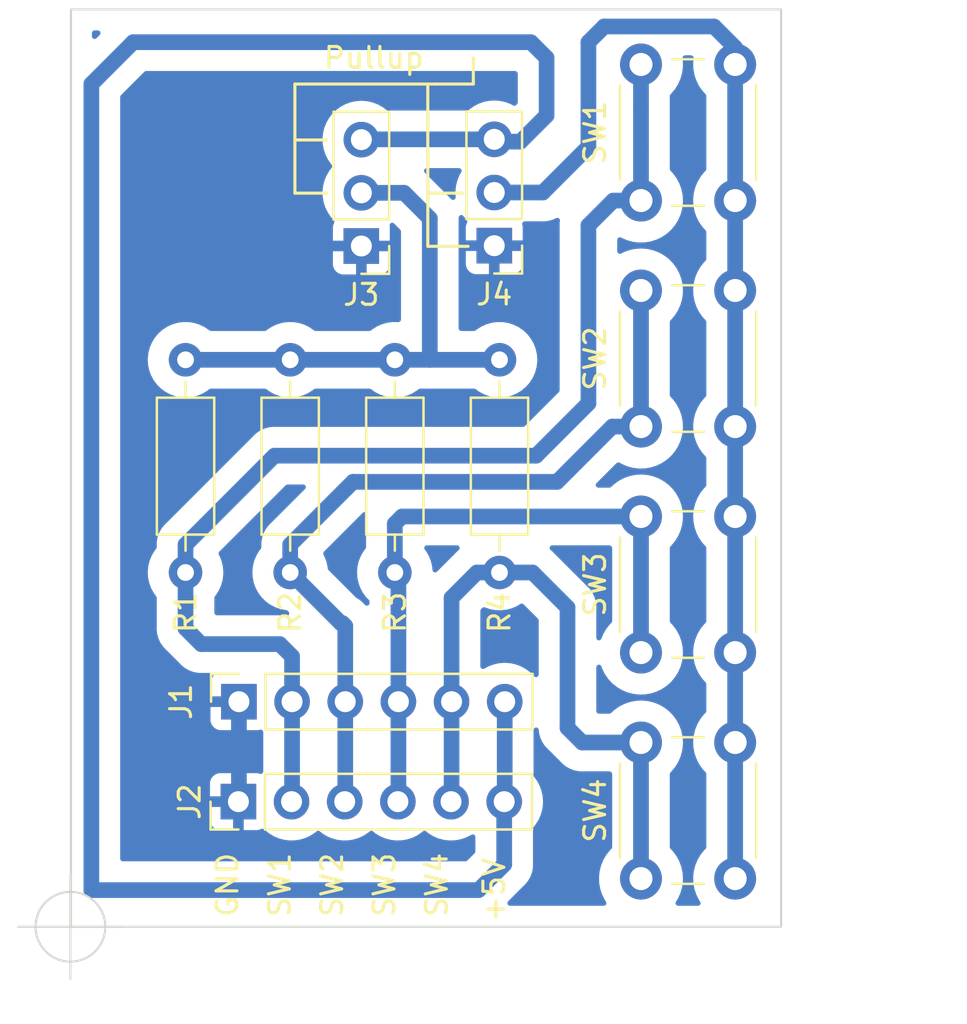
<source format=kicad_pcb>
(kicad_pcb (version 20211014) (generator pcbnew)
  (layers (0 "F.Cu" signal) (31 "B.Cu" signal) (34 "B.Paste" user) (35 "F.Paste" user) (36 "B.SilkS" user "B.Silkscreen") (37 "F.SilkS" user "F.Silkscreen") (38 "B.Mask" user) (39 "F.Mask" user) (44 "Edge.Cuts" user))
  (net 0 "")
  (net 1 "GND")
  (net 2 "Net-(J1-Pad3)")
  (net 3 "Net-(R1-Pad2)")
  (net 4 "+5V")
  (net 5 "Net-(J3-Pad2)")
  (net 6 "Net-(J4-Pad2)")
  (net 7 "Net-(J1-Pad4)")
  (net 8 "Net-(R4-Pad2)")
  (footprint "Connector_PinSocket_2.54mm:PinSocket_1x06_P2.54mm_Vertical" (layer "F.Cu") (at 90.3 102.75 90)
    (fp_text reference "J1" (at 0 -2.77 90) (layer "F.SilkS"))
    (fp_text value "Conn_01x06_Female")
    (fp_line (start 1.33 1.27) (end 1.33 14.03) (layer "F.SilkS") (width 0.12))
    (fp_line (start -1.33 14.03) (end 1.33 14.03) (layer "F.SilkS") (width 0.12))
    (fp_line (start 0 -1.33) (end 1.33 -1.33) (layer "F.SilkS") (width 0.12))
    (fp_line (start -1.33 1.27) (end 1.33 1.27) (layer "F.SilkS") (width 0.12))
    (fp_line (start 1.33 -1.33) (end 1.33 0) (layer "F.SilkS") (width 0.12))
    (fp_line (start -1.33 1.27) (end -1.33 14.03) (layer "F.SilkS") (width 0.12))
    (pad "1" thru_hole rect (at 0 0 90) (size 1.7 1.7) (drill 1) (layers *.Cu *.Mask) (net 1 "GND"))
    (pad "2" thru_hole oval (at 0 2.54 90) (size 1.7 1.7) (drill 1) (layers *.Cu *.Mask) (net 3 "Net-(R1-Pad2)"))
    (pad "3" thru_hole oval (at 0 5.08 90) (size 1.7 1.7) (drill 1) (layers *.Cu *.Mask) (net 2 "Net-(J1-Pad3)"))
    (pad "4" thru_hole oval (at 0 7.62 90) (size 1.7 1.7) (drill 1) (layers *.Cu *.Mask) (net 7 "Net-(J1-Pad4)"))
    (pad "5" thru_hole oval (at 0 10.16 90) (size 1.7 1.7) (drill 1) (layers *.Cu *.Mask) (net 8 "Net-(R4-Pad2)"))
    (pad "6" thru_hole oval (at 0 12.7 90) (size 1.7 1.7) (drill 1) (layers *.Cu *.Mask) (net 4 "+5V"))
  )
  (footprint "Resistor_THT:R_Axial_DIN0207_L6.3mm_D2.5mm_P10.16mm_Horizontal" (layer "F.Cu") (at 92.75 86.42 -90)
    (fp_text reference "R2" (at 12.065 0 90) (layer "F.SilkS"))
    (fp_text value "10k")
    (fp_line (start 8.35 1.37) (end 8.35 -1.37) (layer "F.SilkS") (width 0.12))
    (fp_line (start 1.81 -1.37) (end 1.81 1.37) (layer "F.SilkS") (width 0.12))
    (fp_line (start 1.81 1.37) (end 8.35 1.37) (layer "F.SilkS") (width 0.12))
    (fp_line (start 1.04 0) (end 1.81 0) (layer "F.SilkS") (width 0.12))
    (fp_line (start 8.35 -1.37) (end 1.81 -1.37) (layer "F.SilkS") (width 0.12))
    (fp_line (start 9.12 0) (end 8.35 0) (layer "F.SilkS") (width 0.12))
    (pad "1" thru_hole circle (at 0 0 270) (size 1.6 1.6) (drill 0.8) (layers *.Cu *.Mask) (net 5 "Net-(J3-Pad2)"))
    (pad "2" thru_hole oval (at 10.16 0 270) (size 1.6 1.6) (drill 0.8) (layers *.Cu *.Mask) (net 2 "Net-(J1-Pad3)"))
  )
  (footprint "Button_Switch_THT:SW_PUSH_6mm_H5mm" (layer "F.Cu") (at 114.01 83.11 -90)
    (fp_text reference "SW2" (at 3.25 6.695 90) (layer "F.SilkS"))
    (fp_text value "SW_Push")
    (fp_line (start -0.25 1.5) (end -0.25 3) (layer "F.SilkS") (width 0.12))
    (fp_line (start 6.75 3) (end 6.75 1.5) (layer "F.SilkS") (width 0.12))
    (fp_line (start 1 5.5) (end 5.5 5.5) (layer "F.SilkS") (width 0.12))
    (fp_line (start 5.5 -1) (end 1 -1) (layer "F.SilkS") (width 0.12))
    (pad "1" thru_hole circle (at 6.5 0) (size 2 2) (drill 1.1) (layers *.Cu *.Mask) (net 6 "Net-(J4-Pad2)"))
    (pad "1" thru_hole circle (at 0 0) (size 2 2) (drill 1.1) (layers *.Cu *.Mask) (net 6 "Net-(J4-Pad2)"))
    (pad "2" thru_hole circle (at 6.5 4.5) (size 2 2) (drill 1.1) (layers *.Cu *.Mask) (net 2 "Net-(J1-Pad3)"))
    (pad "2" thru_hole circle (at 0 4.5) (size 2 2) (drill 1.1) (layers *.Cu *.Mask) (net 2 "Net-(J1-Pad3)"))
  )
  (footprint "Button_Switch_THT:SW_PUSH_6mm_H5mm" (layer "F.Cu") (at 114.01 93.905 -90)
    (fp_text reference "SW3" (at 3.25 6.695 90) (layer "F.SilkS"))
    (fp_text value "SW_Push")
    (fp_line (start 6.75 3) (end 6.75 1.5) (layer "F.SilkS") (width 0.12))
    (fp_line (start 1 5.5) (end 5.5 5.5) (layer "F.SilkS") (width 0.12))
    (fp_line (start 5.5 -1) (end 1 -1) (layer "F.SilkS") (width 0.12))
    (fp_line (start -0.25 1.5) (end -0.25 3) (layer "F.SilkS") (width 0.12))
    (pad "1" thru_hole circle (at 6.5 0) (size 2 2) (drill 1.1) (layers *.Cu *.Mask) (net 6 "Net-(J4-Pad2)"))
    (pad "1" thru_hole circle (at 0 0) (size 2 2) (drill 1.1) (layers *.Cu *.Mask) (net 6 "Net-(J4-Pad2)"))
    (pad "2" thru_hole circle (at 0 4.5) (size 2 2) (drill 1.1) (layers *.Cu *.Mask) (net 7 "Net-(J1-Pad4)"))
    (pad "2" thru_hole circle (at 6.5 4.5) (size 2 2) (drill 1.1) (layers *.Cu *.Mask) (net 7 "Net-(J1-Pad4)"))
  )
  (footprint "Button_Switch_THT:SW_PUSH_6mm_H5mm" (layer "F.Cu") (at 114.01 104.7 -90)
    (fp_text reference "SW4" (at 3.25 6.695 90) (layer "F.SilkS"))
    (fp_text value "SW_Push")
    (fp_line (start 5.5 -1) (end 1 -1) (layer "F.SilkS") (width 0.12))
    (fp_line (start 1 5.5) (end 5.5 5.5) (layer "F.SilkS") (width 0.12))
    (fp_line (start 6.75 3) (end 6.75 1.5) (layer "F.SilkS") (width 0.12))
    (fp_line (start -0.25 1.5) (end -0.25 3) (layer "F.SilkS") (width 0.12))
    (pad "1" thru_hole circle (at 6.5 0) (size 2 2) (drill 1.1) (layers *.Cu *.Mask) (net 6 "Net-(J4-Pad2)"))
    (pad "1" thru_hole circle (at 0 0) (size 2 2) (drill 1.1) (layers *.Cu *.Mask) (net 6 "Net-(J4-Pad2)"))
    (pad "2" thru_hole circle (at 6.5 4.5) (size 2 2) (drill 1.1) (layers *.Cu *.Mask) (net 8 "Net-(R4-Pad2)"))
    (pad "2" thru_hole circle (at 0 4.5) (size 2 2) (drill 1.1) (layers *.Cu *.Mask) (net 8 "Net-(R4-Pad2)"))
  )
  (footprint "Button_Switch_THT:SW_PUSH_6mm_H5mm" (layer "F.Cu") (at 114.01 72.315 -90)
    (fp_text reference "SW1" (at 3.25 6.695 90) (layer "F.SilkS"))
    (fp_text value "SW_Push")
    (fp_line (start 5.5 -1) (end 1 -1) (layer "F.SilkS") (width 0.12))
    (fp_line (start -0.25 1.5) (end -0.25 3) (layer "F.SilkS") (width 0.12))
    (fp_line (start 6.75 3) (end 6.75 1.5) (layer "F.SilkS") (width 0.12))
    (fp_line (start 1 5.5) (end 5.5 5.5) (layer "F.SilkS") (width 0.12))
    (pad "1" thru_hole circle (at 0 0) (size 2 2) (drill 1.1) (layers *.Cu *.Mask) (net 6 "Net-(J4-Pad2)"))
    (pad "1" thru_hole circle (at 6.5 0) (size 2 2) (drill 1.1) (layers *.Cu *.Mask) (net 6 "Net-(J4-Pad2)"))
    (pad "2" thru_hole circle (at 0 4.5) (size 2 2) (drill 1.1) (layers *.Cu *.Mask) (net 3 "Net-(R1-Pad2)"))
    (pad "2" thru_hole circle (at 6.5 4.5) (size 2 2) (drill 1.1) (layers *.Cu *.Mask) (net 3 "Net-(R1-Pad2)"))
  )
  (footprint "Resistor_THT:R_Axial_DIN0207_L6.3mm_D2.5mm_P10.16mm_Horizontal" (layer "F.Cu") (at 102.75 86.42 -90)
    (fp_text reference "R4" (at 12.065 0 90) (layer "F.SilkS"))
    (fp_text value "10k")
    (fp_line (start 1.81 1.37) (end 8.35 1.37) (layer "F.SilkS") (width 0.12))
    (fp_line (start 1.81 -1.37) (end 1.81 1.37) (layer "F.SilkS") (width 0.12))
    (fp_line (start 1.04 0) (end 1.81 0) (layer "F.SilkS") (width 0.12))
    (fp_line (start 8.35 -1.37) (end 1.81 -1.37) (layer "F.SilkS") (width 0.12))
    (fp_line (start 9.12 0) (end 8.35 0) (layer "F.SilkS") (width 0.12))
    (fp_line (start 8.35 1.37) (end 8.35 -1.37) (layer "F.SilkS") (width 0.12))
    (pad "1" thru_hole circle (at 0 0 270) (size 1.6 1.6) (drill 0.8) (layers *.Cu *.Mask) (net 5 "Net-(J3-Pad2)"))
    (pad "2" thru_hole oval (at 10.16 0 270) (size 1.6 1.6) (drill 0.8) (layers *.Cu *.Mask) (net 8 "Net-(R4-Pad2)"))
  )
  (footprint "Resistor_THT:R_Axial_DIN0207_L6.3mm_D2.5mm_P10.16mm_Horizontal" (layer "F.Cu") (at 97.75 86.42 -90)
    (fp_text reference "R3" (at 12.065 0 90) (layer "F.SilkS"))
    (fp_text value "10k")
    (fp_line (start 9.12 0) (end 8.35 0) (layer "F.SilkS") (width 0.12))
    (fp_line (start 8.35 1.37) (end 8.35 -1.37) (layer "F.SilkS") (width 0.12))
    (fp_line (start 1.04 0) (end 1.81 0) (layer "F.SilkS") (width 0.12))
    (fp_line (start 1.81 1.37) (end 8.35 1.37) (layer "F.SilkS") (width 0.12))
    (fp_line (start 8.35 -1.37) (end 1.81 -1.37) (layer "F.SilkS") (width 0.12))
    (fp_line (start 1.81 -1.37) (end 1.81 1.37) (layer "F.SilkS") (width 0.12))
    (pad "1" thru_hole circle (at 0 0 270) (size 1.6 1.6) (drill 0.8) (layers *.Cu *.Mask) (net 5 "Net-(J3-Pad2)"))
    (pad "2" thru_hole oval (at 10.16 0 270) (size 1.6 1.6) (drill 0.8) (layers *.Cu *.Mask) (net 7 "Net-(J1-Pad4)"))
  )
  (footprint "Connector_PinHeader_2.54mm:PinHeader_1x03_P2.54mm_Vertical" (layer "F.Cu") (at 102.5 80.97 180)
    (fp_text reference "J4" (at 0 -2.33) (layer "F.SilkS"))
    (fp_text value "Conn_01x03_Male")
    (fp_line (start -1.33 0) (end -1.33 -1.33) (layer "F.SilkS") (width 0.12))
    (fp_line (start -1.33 6.41) (end 1.33 6.41) (layer "F.SilkS") (width 0.12))
    (fp_line (start -1.33 1.27) (end -1.33 6.41) (layer "F.SilkS") (width 0.12))
    (fp_line (start 1.33 1.27) (end 1.33 6.41) (layer "F.SilkS") (width 0.12))
    (fp_line (start -1.33 -1.33) (end 0 -1.33) (layer "F.SilkS") (width 0.12))
    (fp_line (start -1.33 1.27) (end 1.33 1.27) (layer "F.SilkS") (width 0.12))
    (pad "1" thru_hole rect (at 0 0 180) (size 1.7 1.7) (drill 1) (layers *.Cu *.Mask) (net 1 "GND"))
    (pad "2" thru_hole oval (at 0 2.54 180) (size 1.7 1.7) (drill 1) (layers *.Cu *.Mask) (net 6 "Net-(J4-Pad2)"))
    (pad "3" thru_hole oval (at 0 5.08 180) (size 1.7 1.7) (drill 1) (layers *.Cu *.Mask) (net 4 "+5V"))
  )
  (footprint "Resistor_THT:R_Axial_DIN0207_L6.3mm_D2.5mm_P10.16mm_Horizontal" (layer "F.Cu") (at 87.75 86.42 -90)
    (fp_text reference "R1" (at 12.065 0 90) (layer "F.SilkS"))
    (fp_text value "10k")
    (fp_line (start 9.12 0) (end 8.35 0) (layer "F.SilkS") (width 0.12))
    (fp_line (start 1.81 1.37) (end 8.35 1.37) (layer "F.SilkS") (width 0.12))
    (fp_line (start 8.35 1.37) (end 8.35 -1.37) (layer "F.SilkS") (width 0.12))
    (fp_line (start 1.04 0) (end 1.81 0) (layer "F.SilkS") (width 0.12))
    (fp_line (start 8.35 -1.37) (end 1.81 -1.37) (layer "F.SilkS") (width 0.12))
    (fp_line (start 1.81 -1.37) (end 1.81 1.37) (layer "F.SilkS") (width 0.12))
    (pad "1" thru_hole circle (at 0 0 270) (size 1.6 1.6) (drill 0.8) (layers *.Cu *.Mask) (net 5 "Net-(J3-Pad2)"))
    (pad "2" thru_hole oval (at 10.16 0 270) (size 1.6 1.6) (drill 0.8) (layers *.Cu *.Mask) (net 3 "Net-(R1-Pad2)"))
  )
  (footprint "Connector_PinHeader_2.54mm:PinHeader_1x03_P2.54mm_Vertical" (layer "F.Cu") (at 96.15 80.985 180)
    (fp_text reference "J3" (at 0 -2.33) (layer "F.SilkS"))
    (fp_text value "Conn_01x03_Male")
    (fp_line (start 1.33 1.27) (end 1.33 6.41) (layer "F.SilkS") (width 0.12))
    (fp_line (start -1.33 -1.33) (end 0 -1.33) (layer "F.SilkS") (width 0.12))
    (fp_line (start -1.33 6.41) (end 1.33 6.41) (layer "F.SilkS") (width 0.12))
    (fp_line (start -1.33 0) (end -1.33 -1.33) (layer "F.SilkS") (width 0.12))
    (fp_line (start -1.33 1.27) (end -1.33 6.41) (layer "F.SilkS") (width 0.12))
    (fp_line (start -1.33 1.27) (end 1.33 1.27) (layer "F.SilkS") (width 0.12))
    (pad "1" thru_hole rect (at 0 0 180) (size 1.7 1.7) (drill 1) (layers *.Cu *.Mask) (net 1 "GND"))
    (pad "2" thru_hole oval (at 0 2.54 180) (size 1.7 1.7) (drill 1) (layers *.Cu *.Mask) (net 5 "Net-(J3-Pad2)"))
    (pad "3" thru_hole oval (at 0 5.08 180) (size 1.7 1.7) (drill 1) (layers *.Cu *.Mask) (net 4 "+5V"))
  )
  (footprint "Connector_PinHeader_2.54mm:PinHeader_1x06_P2.54mm_Vertical" (layer "F.Cu") (at 90.275 107.525 90)
    (fp_text reference "J2" (at 0 -2.33 90) (layer "F.SilkS"))
    (fp_text value "Conn_01x06_Male")
    (fp_line (start -1.33 14.03) (end 1.33 14.03) (layer "F.SilkS") (width 0.12))
    (fp_line (start -1.33 1.27) (end 1.33 1.27) (layer "F.SilkS") (width 0.12))
    (fp_line (start 1.33 1.27) (end 1.33 14.03) (layer "F.SilkS") (width 0.12))
    (fp_line (start -1.33 -1.33) (end 0 -1.33) (layer "F.SilkS") (width 0.12))
    (fp_line (start -1.33 0) (end -1.33 -1.33) (layer "F.SilkS") (width 0.12))
    (fp_line (start -1.33 1.27) (end -1.33 14.03) (layer "F.SilkS") (width 0.12))
    (pad "1" thru_hole rect (at 0 0 90) (size 1.7 1.7) (drill 1) (layers *.Cu *.Mask) (net 1 "GND"))
    (pad "2" thru_hole oval (at 0 2.54 90) (size 1.7 1.7) (drill 1) (layers *.Cu *.Mask) (net 3 "Net-(R1-Pad2)"))
    (pad "3" thru_hole oval (at 0 5.08 90) (size 1.7 1.7) (drill 1) (layers *.Cu *.Mask) (net 2 "Net-(J1-Pad3)"))
    (pad "4" thru_hole oval (at 0 7.62 90) (size 1.7 1.7) (drill 1) (layers *.Cu *.Mask) (net 7 "Net-(J1-Pad4)"))
    (pad "5" thru_hole oval (at 0 10.16 90) (size 1.7 1.7) (drill 1) (layers *.Cu *.Mask) (net 8 "Net-(R4-Pad2)"))
    (pad "6" thru_hole oval (at 0 12.7 90) (size 1.7 1.7) (drill 1) (layers *.Cu *.Mask) (net 4 "+5V"))
  )
  (gr_line (start 99.325 73.25) (end 99.325 78.46) (layer "F.SilkS") (width 0.15))
  (gr_line (start 94.5 75.92) (end 92.975 75.92) (layer "F.SilkS") (width 0.15))
  (gr_line (start 92.975 73.25) (end 99.75 73.25) (layer "F.SilkS") (width 0.15))
  (gr_line (start 101.25 81) (end 99.325 81) (layer "F.SilkS") (width 0.15))
  (gr_line (start 92.975 78.46) (end 92.975 73.25) (layer "F.SilkS") (width 0.15))
  (gr_line (start 101.5 73.25) (end 101.5 72) (layer "F.SilkS") (width 0.15))
  (gr_line (start 99.75 73.25) (end 101.5 73.25) (layer "F.SilkS") (width 0.15))
  (gr_line (start 99.325 81) (end 99.325 78.46) (layer "F.SilkS") (width 0.15))
  (gr_line (start 101 78.46) (end 99.325 78.46) (layer "F.SilkS") (width 0.15))
  (gr_line (start 94.5 78.46) (end 92.975 78.46) (layer "F.SilkS") (width 0.15))
  (gr_rect (start 116.205 69.685) (end 82.275 113.5) (layer "Edge.Cuts") (width 0.1) (fill none))
  (gr_text "SW4" (at 99.75 111.5 90) (layer "F.SilkS") (effects (font (size 1 1))))
  (gr_text "SW1" (at 92.25 111.5 90) (layer "F.SilkS") (effects (font (size 1 1))))
  (gr_text "+5V" (at 102.5 111.75 90) (layer "F.SilkS") (effects (font (size 1 1))))
  (gr_text "SW2" (at 94.75 111.5 90) (layer "F.SilkS") (effects (font (size 1 1))))
  (gr_text "SW3" (at 97.25 111.5 90) (layer "F.SilkS") (effects (font (size 1 1))))
  (gr_text "GND" (at 89.75 111.5 90) (layer "F.SilkS") (effects (font (size 1 1))))
  (gr_text "Pullup\n" (at 96.75 72) (layer "F.SilkS") (effects (font (size 1 1))))
  (target plus (at 82.25 113.5) (size 5) (width 0.1) (layer "Edge.Cuts"))
  (segment (start 102.485 80.985) (end 102.5 80.97) (width 0.75) (layer "B.Cu") (net 1))
  (segment (start 90.3 107.5) (end 90.275 107.525) (width 0.75) (layer "B.Cu") (net 1))
  (segment (start 90.3 102.75) (end 90.3 107.5) (width 0.75) (layer "B.Cu") (net 1))
  (segment (start 95.38 102.75) (end 95.38 99.13) (width 0.75) (layer "B.Cu") (net 2))
  (segment (start 95.38 102.75) (end 95.38 107.5) (width 0.75) (layer "B.Cu") (net 2))
  (segment (start 109.51 83.11) (end 109.51 89.61) (width 0.75) (layer "B.Cu") (net 2))
  (segment (start 95.38 99.13) (end 95.25 99) (width 0.75) (layer "B.Cu") (net 2))
  (segment (start 105.5 92.25) (end 108.14 89.61) (width 0.75) (layer "B.Cu") (net 2))
  (segment (start 95.75 92.25) (end 105.5 92.25) (width 0.75) (layer "B.Cu") (net 2))
  (segment (start 95.17 99) (end 92.75 96.58) (width 0.75) (layer "B.Cu") (net 2))
  (segment (start 95.38 107.5) (end 95.355 107.525) (width 0.75) (layer "B.Cu") (net 2))
  (segment (start 92.75 96.58) (end 92.75 95.25) (width 0.75) (layer "B.Cu") (net 2))
  (segment (start 108.14 89.61) (end 109.51 89.61) (width 0.75) (layer "B.Cu") (net 2))
  (segment (start 92.75 95.25) (end 95.75 92.25) (width 0.75) (layer "B.Cu") (net 2))
  (segment (start 95.25 99) (end 95.17 99) (width 0.75) (layer "B.Cu") (net 2))
  (segment (start 87.75 95.25) (end 92 91) (width 0.75) (layer "B.Cu") (net 3))
  (segment (start 108.185 78.815) (end 109.51 78.815) (width 0.75) (layer "B.Cu") (net 3))
  (segment (start 109.51 74.51) (end 109.51 76.24) (width 0.75) (layer "B.Cu") (net 3))
  (segment (start 92.84 102.75) (end 92.84 100.59) (width 0.75) (layer "B.Cu") (net 3))
  (segment (start 92.84 100.59) (end 92.25 100) (width 0.75) (layer "B.Cu") (net 3))
  (segment (start 88.5 100) (end 87.75 99.25) (width 0.75) (layer "B.Cu") (net 3))
  (segment (start 92.84 102.75) (end 92.84 107.5) (width 0.75) (layer "B.Cu") (net 3))
  (segment (start 92.25 100) (end 88.5 100) (width 0.75) (layer "B.Cu") (net 3))
  (segment (start 104.5 91) (end 107 88.5) (width 0.75) (layer "B.Cu") (net 3))
  (segment (start 109.51 72.315) (end 109.51 74.51) (width 0.75) (layer "B.Cu") (net 3))
  (segment (start 92.84 107.5) (end 92.815 107.525) (width 0.75) (layer "B.Cu") (net 3))
  (segment (start 92 91) (end 104.5 91) (width 0.75) (layer "B.Cu") (net 3))
  (segment (start 109.51 76.24) (end 109.51 78.815) (width 0.75) (layer "B.Cu") (net 3))
  (segment (start 107 88.5) (end 107 80) (width 0.75) (layer "B.Cu") (net 3))
  (segment (start 87.75 96.58) (end 87.75 95.25) (width 0.75) (layer "B.Cu") (net 3))
  (segment (start 107 80) (end 108.185 78.815) (width 0.75) (layer "B.Cu") (net 3))
  (segment (start 87.75 99.25) (end 87.75 96.58) (width 0.75) (layer "B.Cu") (net 3))
  (segment (start 102.61 76) (end 102.5 75.89) (width 0.75) (layer "B.Cu") (net 4))
  (segment (start 103 107.5) (end 102.975 107.525) (width 0.75) (layer "B.Cu") (net 4))
  (segment (start 104.25 71.25) (end 105 72) (width 0.75) (layer "B.Cu") (net 4))
  (segment (start 105 74.75) (end 103.75 76) (width 0.75) (layer "B.Cu") (net 4))
  (segment (start 102.5 75.89) (end 96.165 75.89) (width 0.75) (layer "B.Cu") (net 4))
  (segment (start 103 102.75) (end 103 107.5) (width 0.75) (layer "B.Cu") (net 4))
  (segment (start 102.975 110.525) (end 101.75 111.75) (width 0.75) (layer "B.Cu") (net 4))
  (segment (start 96.165 75.89) (end 96.15 75.905) (width 0.75) (layer "B.Cu") (net 4))
  (segment (start 85.25 71.25) (end 104.25 71.25) (width 0.75) (layer "B.Cu") (net 4))
  (segment (start 83.25 111.75) (end 83.25 73.25) (width 0.75) (layer "B.Cu") (net 4))
  (segment (start 83.25 73.25) (end 85.25 71.25) (width 0.75) (layer "B.Cu") (net 4))
  (segment (start 105 72) (end 105 74.75) (width 0.75) (layer "B.Cu") (net 4))
  (segment (start 102.975 107.525) (end 102.975 110.525) (width 0.75) (layer "B.Cu") (net 4))
  (segment (start 101.75 111.75) (end 83.25 111.75) (width 0.75) (layer "B.Cu") (net 4))
  (segment (start 103.75 76) (end 102.61 76) (width 0.75) (layer "B.Cu") (net 4))
  (segment (start 99.42 86.42) (end 99.42 79.67) (width 0.75) (layer "B.Cu") (net 5))
  (segment (start 87.75 86.42) (end 92.75 86.42) (width 0.75) (layer "B.Cu") (net 5))
  (segment (start 99.42 79.67) (end 98.195 78.445) (width 0.75) (layer "B.Cu") (net 5))
  (segment (start 97.75 86.42) (end 99.42 86.42) (width 0.75) (layer "B.Cu") (net 5))
  (segment (start 98.195 78.445) (end 96.15 78.445) (width 0.75) (layer "B.Cu") (net 5))
  (segment (start 99.42 86.42) (end 102.75 86.42) (width 0.75) (layer "B.Cu") (net 5))
  (segment (start 92.75 86.42) (end 97.75 86.42) (width 0.75) (layer "B.Cu") (net 5))
  (segment (start 114.01 89.61) (end 114.01 83.11) (width 0.75) (layer "B.Cu") (net 6))
  (segment (start 104.82 78.43) (end 107 76.25) (width 0.75) (layer "B.Cu") (net 6))
  (segment (start 114.01 100.405) (end 114.01 93.905) (width 0.75) (layer "B.Cu") (net 6))
  (segment (start 114.01 83.11) (end 114.01 78.815) (width 0.75) (layer "B.Cu") (net 6))
  (segment (start 114.01 104.7) (end 114.01 100.405) (width 0.75) (layer "B.Cu") (net 6))
  (segment (start 114.01 93.905) (end 114.01 89.61) (width 0.75) (layer "B.Cu") (net 6))
  (segment (start 107.75 70.5) (end 113 70.5) (width 0.75) (layer "B.Cu") (net 6))
  (segment (start 107 76.25) (end 107 71.25) (width 0.75) (layer "B.Cu") (net 6))
  (segment (start 114.01 111.2) (end 114.01 104.7) (width 0.75) (layer "B.Cu") (net 6))
  (segment (start 102.5 78.43) (end 104.82 78.43) (width 0.75) (layer "B.Cu") (net 6))
  (segment (start 107 71.25) (end 107.75 70.5) (width 0.75) (layer "B.Cu") (net 6))
  (segment (start 113 70.5) (end 114.01 71.51) (width 0.75) (layer "B.Cu") (net 6))
  (segment (start 114.01 71.51) (end 114.01 72.315) (width 0.75) (layer "B.Cu") (net 6))
  (segment (start 114.01 78.815) (end 114.01 72.315) (width 0.75) (layer "B.Cu") (net 6))
  (segment (start 97.92 107.5) (end 97.895 107.525) (width 0.75) (layer "B.Cu") (net 7))
  (segment (start 97.75 94.25) (end 98.095 93.905) (width 0.75) (layer "B.Cu") (net 7))
  (segment (start 109.51 93.905) (end 109.51 100.405) (width 0.75) (layer "B.Cu") (net 7))
  (segment (start 97.92 102.75) (end 97.92 96.75) (width 0.75) (layer "B.Cu") (net 7))
  (segment (start 97.75 96.58) (end 97.75 94.25) (width 0.75) (layer "B.Cu") (net 7))
  (segment (start 97.92 96.75) (end 97.75 96.58) (width 0.75) (layer "B.Cu") (net 7))
  (segment (start 97.92 102.75) (end 97.92 107.5) (width 0.75) (layer "B.Cu") (net 7))
  (segment (start 98.095 93.905) (end 109.51 93.905) (width 0.75) (layer "B.Cu") (net 7))
  (segment (start 100.46 102.75) (end 100.46 97.79) (width 0.75) (layer "B.Cu") (net 8))
  (segment (start 106 98.25) (end 106 104) (width 0.75) (layer "B.Cu") (net 8))
  (segment (start 100.46 97.79) (end 101.67 96.58) (width 0.75) (layer "B.Cu") (net 8))
  (segment (start 102.75 96.58) (end 104.33 96.58) (width 0.75) (layer "B.Cu") (net 8))
  (segment (start 104.33 96.58) (end 106 98.25) (width 0.75) (layer "B.Cu") (net 8))
  (segment (start 101.67 96.58) (end 102.75 96.58) (width 0.75) (layer "B.Cu") (net 8))
  (segment (start 106.7 104.7) (end 109.51 104.7) (width 0.75) (layer "B.Cu") (net 8))
  (segment (start 100.46 102.75) (end 100.46 107.5) (width 0.75) (layer "B.Cu") (net 8))
  (segment (start 106 104) (end 106.7 104.7) (width 0.75) (layer "B.Cu") (net 8))
  (segment (start 109.51 104.7) (end 109.51 111.2) (width 0.75) (layer "B.Cu") (net 8))
  (segment (start 100.46 107.5) (end 100.435 107.525) (width 0.75) (layer "B.Cu") (net 8))
  (zone (net 1) (net_name "GND") (layer "B.Cu") (connect_pads (clearance 1)) (min_thickness 0.254) (fill yes (thermal_gap 0.508) (thermal_bridge_width 0.508) (smoothing fillet) (radius 2) (island_removal_mode 2) (island_area_min 0))
    (polygon (pts (xy 116.205 114.3) (xy 82.275 114.3) (xy 82.275 69.235) (xy 116.205 69.235)))
  )
)
</source>
